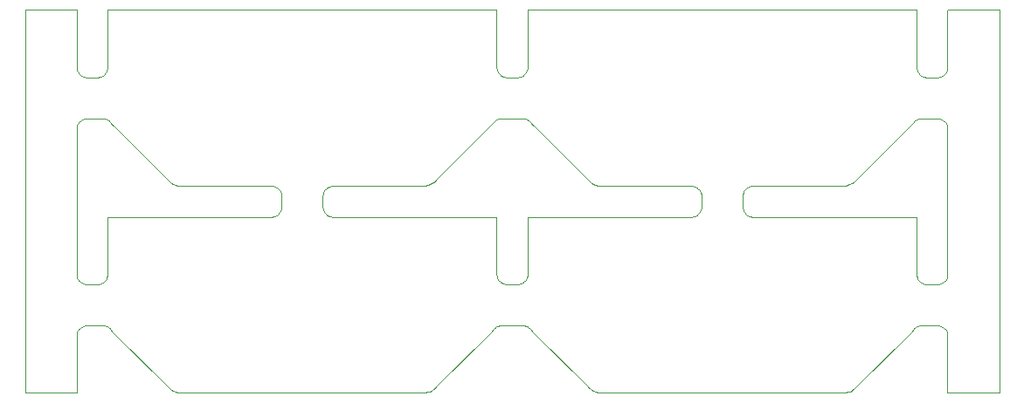
<source format=gbr>
G04 #@! TF.GenerationSoftware,KiCad,Pcbnew,5.1.5+dfsg1-2build2*
G04 #@! TF.CreationDate,2021-02-18T19:40:11-08:00*
G04 #@! TF.ProjectId,panel,70616e65-6c2e-46b6-9963-61645f706362,rev?*
G04 #@! TF.SameCoordinates,Original*
G04 #@! TF.FileFunction,Other,Comment*
%FSLAX46Y46*%
G04 Gerber Fmt 4.6, Leading zero omitted, Abs format (unit mm)*
G04 Created by KiCad (PCBNEW 5.1.5+dfsg1-2build2) date 2021-02-18 19:40:11*
%MOMM*%
%LPD*%
G04 APERTURE LIST*
G04 #@! TA.AperFunction,Profile*
%ADD10C,0.100000*%
G04 #@! TD*
G04 APERTURE END LIST*
D10*
X46999000Y-75634600D02*
X46999000Y-61533200D01*
X47003800Y-75731900D02*
X46999000Y-75634600D01*
X47018000Y-75828000D02*
X47003800Y-75731900D01*
X47041600Y-75922200D02*
X47018000Y-75828000D01*
X47074400Y-76013700D02*
X47041600Y-75922200D01*
X47115900Y-76101500D02*
X47074400Y-76013700D01*
X47165900Y-76184900D02*
X47115900Y-76101500D01*
X47223700Y-76262900D02*
X47165900Y-76184900D01*
X47289000Y-76334900D02*
X47223700Y-76262900D01*
X47361000Y-76400100D02*
X47289000Y-76334900D01*
X47439000Y-76458000D02*
X47361000Y-76400100D01*
X47522300Y-76508000D02*
X47439000Y-76458000D01*
X47610100Y-76549500D02*
X47522300Y-76508000D01*
X47701600Y-76582200D02*
X47610100Y-76549500D01*
X47795900Y-76605800D02*
X47701600Y-76582200D01*
X47892000Y-76620100D02*
X47795900Y-76605800D01*
X47989200Y-76624900D02*
X47892000Y-76620100D01*
X49009400Y-76624900D02*
X47989200Y-76624900D01*
X49106700Y-76620100D02*
X49009400Y-76624900D01*
X49202800Y-76605800D02*
X49106700Y-76620100D01*
X49297000Y-76582200D02*
X49202800Y-76605800D01*
X49388500Y-76549500D02*
X49297000Y-76582200D01*
X49476300Y-76508000D02*
X49388500Y-76549500D01*
X49559600Y-76458000D02*
X49476300Y-76508000D01*
X49637600Y-76400200D02*
X49559600Y-76458000D01*
X49709600Y-76334900D02*
X49637600Y-76400200D01*
X49774900Y-76263000D02*
X49709600Y-76334900D01*
X49832700Y-76185000D02*
X49774900Y-76263000D01*
X49882700Y-76101600D02*
X49832700Y-76185000D01*
X49924200Y-76013800D02*
X49882700Y-76101600D01*
X49957000Y-75922400D02*
X49924200Y-76013800D01*
X49980600Y-75828100D02*
X49957000Y-75922400D01*
X49994900Y-75732000D02*
X49980600Y-75828100D01*
X49999700Y-75634800D02*
X49994900Y-75732000D01*
X50000500Y-70096500D02*
X49999700Y-75634800D01*
X50002000Y-70088500D02*
X50000500Y-70096500D01*
X50007000Y-70084000D02*
X50002000Y-70088500D01*
X50014100Y-70082900D02*
X50007000Y-70084000D01*
X65860500Y-70082900D02*
X50014100Y-70082900D01*
X65957800Y-70078100D02*
X65860500Y-70082900D01*
X66053900Y-70063900D02*
X65957800Y-70078100D01*
X66148100Y-70040300D02*
X66053900Y-70063900D01*
X66239600Y-70007500D02*
X66148100Y-70040300D01*
X66327400Y-69966000D02*
X66239600Y-70007500D01*
X66410800Y-69916000D02*
X66327400Y-69966000D01*
X66488800Y-69858200D02*
X66410800Y-69916000D01*
X66560800Y-69792900D02*
X66488800Y-69858200D01*
X66626000Y-69720900D02*
X66560800Y-69792900D01*
X66683900Y-69642900D02*
X66626000Y-69720900D01*
X66733900Y-69559600D02*
X66683900Y-69642900D01*
X66775400Y-69471800D02*
X66733900Y-69559600D01*
X66808100Y-69380300D02*
X66775400Y-69471800D01*
X66831700Y-69286000D02*
X66808100Y-69380300D01*
X66846000Y-69189900D02*
X66831700Y-69286000D01*
X66850800Y-69092700D02*
X66846000Y-69189900D01*
X66850800Y-68072900D02*
X66850800Y-69092700D01*
X66846000Y-67975700D02*
X66850800Y-68072900D01*
X66831700Y-67879600D02*
X66846000Y-67975700D01*
X66808100Y-67785300D02*
X66831700Y-67879600D01*
X66775400Y-67693900D02*
X66808100Y-67785300D01*
X66733900Y-67606100D02*
X66775400Y-67693900D01*
X66683900Y-67522700D02*
X66733900Y-67606100D01*
X66626100Y-67444700D02*
X66683900Y-67522700D01*
X66560800Y-67372700D02*
X66626100Y-67444700D01*
X66488900Y-67307500D02*
X66560800Y-67372700D01*
X66410800Y-67249600D02*
X66488900Y-67307500D01*
X66327500Y-67199600D02*
X66410800Y-67249600D01*
X66239700Y-67158100D02*
X66327500Y-67199600D01*
X66148300Y-67125400D02*
X66239700Y-67158100D01*
X66054000Y-67101700D02*
X66148300Y-67125400D01*
X65957900Y-67087500D02*
X66054000Y-67101700D01*
X65860700Y-67082700D02*
X65957900Y-67087500D01*
X57246500Y-67081300D02*
X65860700Y-67082700D01*
X57036500Y-67069600D02*
X57246500Y-67081300D01*
X57008600Y-67066400D02*
X57036500Y-67069600D01*
X56801700Y-67030900D02*
X57008600Y-67066400D01*
X56599400Y-66973000D02*
X56801700Y-67030900D01*
X56572800Y-66963700D02*
X56599400Y-66973000D01*
X56379000Y-66883000D02*
X56572800Y-66963700D01*
X56182700Y-66774600D02*
X56379000Y-66883000D01*
X55999800Y-66644900D02*
X56182700Y-66774600D01*
X55832100Y-66495400D02*
X55999800Y-66644900D01*
X50589700Y-61255700D02*
X55832100Y-66495400D01*
X50453800Y-61105900D02*
X50589700Y-61255700D01*
X50333400Y-60943900D02*
X50453800Y-61105900D01*
X50274900Y-60872100D02*
X50333400Y-60943900D01*
X50210100Y-60806300D02*
X50274900Y-60872100D01*
X50139500Y-60746800D02*
X50210100Y-60806300D01*
X50063600Y-60694200D02*
X50139500Y-60746800D01*
X49983100Y-60648800D02*
X50063600Y-60694200D01*
X49898800Y-60611100D02*
X49983100Y-60648800D01*
X49811300Y-60581500D02*
X49898800Y-60611100D01*
X49721500Y-60560200D02*
X49811300Y-60581500D01*
X49630000Y-60547300D02*
X49721500Y-60560200D01*
X49537500Y-60543000D02*
X49630000Y-60547300D01*
X47989200Y-60543000D02*
X49537500Y-60543000D01*
X47892000Y-60547700D02*
X47989200Y-60543000D01*
X47795900Y-60562000D02*
X47892000Y-60547700D01*
X47701600Y-60585600D02*
X47795900Y-60562000D01*
X47610100Y-60618300D02*
X47701600Y-60585600D01*
X47522300Y-60659900D02*
X47610100Y-60618300D01*
X47439000Y-60709800D02*
X47522300Y-60659900D01*
X47361000Y-60767700D02*
X47439000Y-60709800D01*
X47289000Y-60832900D02*
X47361000Y-60767700D01*
X47223700Y-60904900D02*
X47289000Y-60832900D01*
X47165900Y-60982900D02*
X47223700Y-60904900D01*
X47115900Y-61066300D02*
X47165900Y-60982900D01*
X47074400Y-61154100D02*
X47115900Y-61066300D01*
X47041600Y-61245600D02*
X47074400Y-61154100D01*
X47018000Y-61339800D02*
X47041600Y-61245600D01*
X47003800Y-61435900D02*
X47018000Y-61339800D01*
X46999000Y-61533200D02*
X47003800Y-61435900D01*
X87255200Y-61092200D02*
X87359300Y-60950100D01*
X87107800Y-61254900D02*
X87255200Y-61092200D01*
X81868200Y-66494500D02*
X87107800Y-61254900D01*
X81727400Y-66622400D02*
X81868200Y-66494500D01*
X81708400Y-66638100D02*
X81727400Y-66622400D01*
X81560100Y-66747600D02*
X81708400Y-66638100D01*
X81391700Y-66848500D02*
X81560100Y-66747600D01*
X81214100Y-66932500D02*
X81391700Y-66848500D01*
X81041200Y-66994600D02*
X81214100Y-66932500D01*
X81017600Y-67001800D02*
X81041200Y-66994600D01*
X80839200Y-67046200D02*
X81017600Y-67001800D01*
X80657000Y-67073500D02*
X80839200Y-67046200D01*
X80632500Y-67075900D02*
X80657000Y-67073500D01*
X80448700Y-67084800D02*
X80632500Y-67075900D01*
X71843200Y-67083600D02*
X80448700Y-67084800D01*
X71745900Y-67088400D02*
X71843200Y-67083600D01*
X71649800Y-67102600D02*
X71745900Y-67088400D01*
X71555500Y-67126200D02*
X71649800Y-67102600D01*
X71464000Y-67158900D02*
X71555500Y-67126200D01*
X71376200Y-67200500D02*
X71464000Y-67158900D01*
X71292800Y-67250400D02*
X71376200Y-67200500D01*
X71214800Y-67308300D02*
X71292800Y-67250400D01*
X71142800Y-67373500D02*
X71214800Y-67308300D01*
X71077500Y-67445500D02*
X71142800Y-67373500D01*
X71019600Y-67523500D02*
X71077500Y-67445500D01*
X70969700Y-67606900D02*
X71019600Y-67523500D01*
X70928100Y-67694700D02*
X70969700Y-67606900D01*
X70895400Y-67786200D02*
X70928100Y-67694700D01*
X70871800Y-67880400D02*
X70895400Y-67786200D01*
X70857500Y-67976600D02*
X70871800Y-67880400D01*
X70852800Y-68073800D02*
X70857500Y-67976600D01*
X70852800Y-69092700D02*
X70852800Y-68073800D01*
X70857500Y-69189900D02*
X70852800Y-69092700D01*
X70871800Y-69286000D02*
X70857500Y-69189900D01*
X70895400Y-69380300D02*
X70871800Y-69286000D01*
X70928100Y-69471800D02*
X70895400Y-69380300D01*
X70969700Y-69559600D02*
X70928100Y-69471800D01*
X71019600Y-69642900D02*
X70969700Y-69559600D01*
X71077500Y-69720900D02*
X71019600Y-69642900D01*
X71142700Y-69792900D02*
X71077500Y-69720900D01*
X71214700Y-69858200D02*
X71142700Y-69792900D01*
X71292800Y-69916000D02*
X71214700Y-69858200D01*
X71376100Y-69966000D02*
X71292800Y-69916000D01*
X71463900Y-70007500D02*
X71376100Y-69966000D01*
X71555400Y-70040300D02*
X71463900Y-70007500D01*
X71649600Y-70063900D02*
X71555400Y-70040300D01*
X71745700Y-70078100D02*
X71649600Y-70063900D01*
X71843000Y-70082900D02*
X71745700Y-70078100D01*
X87686000Y-70082900D02*
X71843000Y-70082900D01*
X87693100Y-70084000D02*
X87686000Y-70082900D01*
X87698100Y-70088500D02*
X87693100Y-70084000D01*
X87699600Y-70096500D02*
X87698100Y-70088500D01*
X87702400Y-75635100D02*
X87699600Y-70096500D01*
X87707200Y-75732400D02*
X87702400Y-75635100D01*
X87721500Y-75828400D02*
X87707200Y-75732400D01*
X87745100Y-75922600D02*
X87721500Y-75828400D01*
X87777900Y-76014100D02*
X87745100Y-75922600D01*
X87819400Y-76101800D02*
X87777900Y-76014100D01*
X87869400Y-76185100D02*
X87819400Y-76101800D01*
X87927300Y-76263100D02*
X87869400Y-76185100D01*
X87992500Y-76335100D02*
X87927300Y-76263100D01*
X88064500Y-76400300D02*
X87992500Y-76335100D01*
X88142500Y-76458100D02*
X88064500Y-76400300D01*
X88225800Y-76508000D02*
X88142500Y-76458100D01*
X88313600Y-76549500D02*
X88225800Y-76508000D01*
X88405100Y-76582300D02*
X88313600Y-76549500D01*
X88499300Y-76605800D02*
X88405100Y-76582300D01*
X88595300Y-76620100D02*
X88499300Y-76605800D01*
X88692600Y-76624900D02*
X88595300Y-76620100D01*
X89712900Y-76624900D02*
X88692600Y-76624900D01*
X89810200Y-76620100D02*
X89712900Y-76624900D01*
X89906300Y-76605800D02*
X89810200Y-76620100D01*
X90000500Y-76582200D02*
X89906300Y-76605800D01*
X90092000Y-76549500D02*
X90000500Y-76582200D01*
X90179800Y-76508000D02*
X90092000Y-76549500D01*
X90263100Y-76458000D02*
X90179800Y-76508000D01*
X90341100Y-76400200D02*
X90263100Y-76458000D01*
X90413100Y-76334900D02*
X90341100Y-76400200D01*
X90478400Y-76263000D02*
X90413100Y-76334900D01*
X90536200Y-76185000D02*
X90478400Y-76263000D01*
X90586200Y-76101600D02*
X90536200Y-76185000D01*
X90627700Y-76013800D02*
X90586200Y-76101600D01*
X90660500Y-75922400D02*
X90627700Y-76013800D01*
X90684100Y-75828100D02*
X90660500Y-75922400D01*
X90698400Y-75732000D02*
X90684100Y-75828100D01*
X90703200Y-75634800D02*
X90698400Y-75732000D01*
X90704000Y-70096500D02*
X90703200Y-75634800D01*
X90705500Y-70088500D02*
X90704000Y-70096500D01*
X90710500Y-70084000D02*
X90705500Y-70088500D01*
X90717600Y-70082900D02*
X90710500Y-70084000D01*
X106564000Y-70082900D02*
X90717600Y-70082900D01*
X106661300Y-70078100D02*
X106564000Y-70082900D01*
X106757400Y-70063900D02*
X106661300Y-70078100D01*
X106851700Y-70040300D02*
X106757400Y-70063900D01*
X106943100Y-70007500D02*
X106851700Y-70040300D01*
X107031000Y-69966000D02*
X106943100Y-70007500D01*
X107114300Y-69916000D02*
X107031000Y-69966000D01*
X107192300Y-69858200D02*
X107114300Y-69916000D01*
X107264300Y-69792900D02*
X107192300Y-69858200D01*
X107329600Y-69720900D02*
X107264300Y-69792900D01*
X107387400Y-69642900D02*
X107329600Y-69720900D01*
X107437400Y-69559600D02*
X107387400Y-69642900D01*
X107478900Y-69471800D02*
X107437400Y-69559600D01*
X107511600Y-69380300D02*
X107478900Y-69471800D01*
X107535200Y-69286000D02*
X107511600Y-69380300D01*
X107549500Y-69189900D02*
X107535200Y-69286000D01*
X107554300Y-69092700D02*
X107549500Y-69189900D01*
X107554300Y-68072900D02*
X107554300Y-69092700D01*
X107549500Y-67975700D02*
X107554300Y-68072900D01*
X107535300Y-67879600D02*
X107549500Y-67975700D01*
X107511600Y-67785300D02*
X107535300Y-67879600D01*
X107478900Y-67693900D02*
X107511600Y-67785300D01*
X107437400Y-67606100D02*
X107478900Y-67693900D01*
X107387500Y-67522700D02*
X107437400Y-67606100D01*
X107329600Y-67444700D02*
X107387500Y-67522700D01*
X107264400Y-67372700D02*
X107329600Y-67444700D01*
X107192400Y-67307500D02*
X107264400Y-67372700D01*
X107114400Y-67249600D02*
X107192400Y-67307500D01*
X107031000Y-67199600D02*
X107114400Y-67249600D01*
X106943200Y-67158100D02*
X107031000Y-67199600D01*
X106851800Y-67125400D02*
X106943200Y-67158100D01*
X106757500Y-67101700D02*
X106851800Y-67125400D01*
X106661500Y-67087500D02*
X106757500Y-67101700D01*
X106564200Y-67082700D02*
X106661500Y-67087500D01*
X97950000Y-67081300D02*
X106564200Y-67082700D01*
X97740100Y-67069600D02*
X97950000Y-67081300D01*
X97712100Y-67066400D02*
X97740100Y-67069600D01*
X97504700Y-67030700D02*
X97712100Y-67066400D01*
X97302600Y-66972900D02*
X97504700Y-67030700D01*
X97276300Y-66963700D02*
X97302600Y-66972900D01*
X97082500Y-66883000D02*
X97276300Y-66963700D01*
X96886200Y-66774600D02*
X97082500Y-66883000D01*
X96703300Y-66644900D02*
X96886200Y-66774600D01*
X96535600Y-66495400D02*
X96703300Y-66644900D01*
X91293200Y-61255700D02*
X96535600Y-66495400D01*
X91157400Y-61105900D02*
X91293200Y-61255700D01*
X91036900Y-60943900D02*
X91157400Y-61105900D01*
X90978400Y-60872100D02*
X91036900Y-60943900D01*
X90913600Y-60806300D02*
X90978400Y-60872100D01*
X90843000Y-60746800D02*
X90913600Y-60806300D01*
X90767100Y-60694200D02*
X90843000Y-60746800D01*
X90686600Y-60648800D02*
X90767100Y-60694200D01*
X90602300Y-60611100D02*
X90686600Y-60648800D01*
X90514800Y-60581500D02*
X90602300Y-60611100D01*
X90425000Y-60560200D02*
X90514800Y-60581500D01*
X90333500Y-60547300D02*
X90425000Y-60560200D01*
X90241000Y-60543000D02*
X90333500Y-60547300D01*
X88159700Y-60543000D02*
X90241000Y-60543000D01*
X88066500Y-60547300D02*
X88159700Y-60543000D01*
X87974300Y-60560400D02*
X88066500Y-60547300D01*
X87883700Y-60582200D02*
X87974300Y-60560400D01*
X87795600Y-60612300D02*
X87883700Y-60582200D01*
X87710700Y-60650500D02*
X87795600Y-60612300D01*
X87629800Y-60696600D02*
X87710700Y-60650500D01*
X87553500Y-60750100D02*
X87629800Y-60696600D01*
X87482600Y-60810500D02*
X87553500Y-60750100D01*
X87417800Y-60877300D02*
X87482600Y-60810500D01*
X87359300Y-60950100D02*
X87417800Y-60877300D01*
X127958800Y-61092200D02*
X128062800Y-60950100D01*
X127811300Y-61254900D02*
X127958800Y-61092200D01*
X122571700Y-66494500D02*
X127811300Y-61254900D01*
X122431000Y-66622400D02*
X122571700Y-66494500D01*
X122411900Y-66638100D02*
X122431000Y-66622400D01*
X122263700Y-66747600D02*
X122411900Y-66638100D01*
X122095200Y-66848500D02*
X122263700Y-66747600D01*
X121917700Y-66932500D02*
X122095200Y-66848500D01*
X121744700Y-66994600D02*
X121917700Y-66932500D01*
X121721100Y-67001800D02*
X121744700Y-66994600D01*
X121542700Y-67046200D02*
X121721100Y-67001800D01*
X121360500Y-67073500D02*
X121542700Y-67046200D01*
X121336000Y-67075900D02*
X121360500Y-67073500D01*
X121152200Y-67084800D02*
X121336000Y-67075900D01*
X112546700Y-67083600D02*
X121152200Y-67084800D01*
X112449400Y-67088400D02*
X112546700Y-67083600D01*
X112353300Y-67102600D02*
X112449400Y-67088400D01*
X112259000Y-67126200D02*
X112353300Y-67102600D01*
X112167500Y-67158900D02*
X112259000Y-67126200D01*
X112079700Y-67200500D02*
X112167500Y-67158900D01*
X111996400Y-67250400D02*
X112079700Y-67200500D01*
X111918300Y-67308300D02*
X111996400Y-67250400D01*
X111846300Y-67373500D02*
X111918300Y-67308300D01*
X111781100Y-67445500D02*
X111846300Y-67373500D01*
X111723200Y-67523500D02*
X111781100Y-67445500D01*
X111673200Y-67606900D02*
X111723200Y-67523500D01*
X111631700Y-67694700D02*
X111673200Y-67606900D01*
X111598900Y-67786200D02*
X111631700Y-67694700D01*
X111575300Y-67880400D02*
X111598900Y-67786200D01*
X111561100Y-67976600D02*
X111575300Y-67880400D01*
X111556300Y-68073800D02*
X111561100Y-67976600D01*
X111556300Y-69092700D02*
X111556300Y-68073800D01*
X111561100Y-69189900D02*
X111556300Y-69092700D01*
X111575300Y-69286000D02*
X111561100Y-69189900D01*
X111598900Y-69380300D02*
X111575300Y-69286000D01*
X111631700Y-69471800D02*
X111598900Y-69380300D01*
X111673200Y-69559600D02*
X111631700Y-69471800D01*
X111723100Y-69642900D02*
X111673200Y-69559600D01*
X111781000Y-69720900D02*
X111723100Y-69642900D01*
X111846300Y-69792900D02*
X111781000Y-69720900D01*
X111918200Y-69858200D02*
X111846300Y-69792900D01*
X111996300Y-69916000D02*
X111918200Y-69858200D01*
X112079600Y-69966000D02*
X111996300Y-69916000D01*
X112167400Y-70007500D02*
X112079600Y-69966000D01*
X112258900Y-70040300D02*
X112167400Y-70007500D01*
X112353100Y-70063900D02*
X112258900Y-70040300D01*
X112449200Y-70078100D02*
X112353100Y-70063900D01*
X112546500Y-70082900D02*
X112449200Y-70078100D01*
X128389500Y-70082900D02*
X112546500Y-70082900D01*
X128396600Y-70084000D02*
X128389500Y-70082900D01*
X128401600Y-70088500D02*
X128396600Y-70084000D01*
X128403100Y-70096500D02*
X128401600Y-70088500D01*
X128405900Y-75635100D02*
X128403100Y-70096500D01*
X128410700Y-75732400D02*
X128405900Y-75635100D01*
X128425000Y-75828400D02*
X128410700Y-75732400D01*
X128448600Y-75922600D02*
X128425000Y-75828400D01*
X128481400Y-76014100D02*
X128448600Y-75922600D01*
X128522900Y-76101800D02*
X128481400Y-76014100D01*
X128572900Y-76185100D02*
X128522900Y-76101800D01*
X128630800Y-76263100D02*
X128572900Y-76185100D01*
X128696000Y-76335100D02*
X128630800Y-76263100D01*
X128768000Y-76400300D02*
X128696000Y-76335100D01*
X128846000Y-76458100D02*
X128768000Y-76400300D01*
X128929300Y-76508000D02*
X128846000Y-76458100D01*
X129017100Y-76549500D02*
X128929300Y-76508000D01*
X129108600Y-76582300D02*
X129017100Y-76549500D01*
X129202800Y-76605800D02*
X129108600Y-76582300D01*
X129298900Y-76620100D02*
X129202800Y-76605800D01*
X129396100Y-76624900D02*
X129298900Y-76620100D01*
X130416800Y-76624900D02*
X129396100Y-76624900D01*
X130514100Y-76620100D02*
X130416800Y-76624900D01*
X130610200Y-76605800D02*
X130514100Y-76620100D01*
X130704400Y-76582200D02*
X130610200Y-76605800D01*
X130795900Y-76549500D02*
X130704400Y-76582200D01*
X130883700Y-76508000D02*
X130795900Y-76549500D01*
X130967000Y-76458000D02*
X130883700Y-76508000D01*
X131045100Y-76400100D02*
X130967000Y-76458000D01*
X131117100Y-76334900D02*
X131045100Y-76400100D01*
X131182300Y-76262900D02*
X131117100Y-76334900D01*
X131240200Y-76184900D02*
X131182300Y-76262900D01*
X131290100Y-76101500D02*
X131240200Y-76184900D01*
X131331700Y-76013700D02*
X131290100Y-76101500D01*
X131364400Y-75922200D02*
X131331700Y-76013700D01*
X131388000Y-75828000D02*
X131364400Y-75922200D01*
X131402300Y-75731900D02*
X131388000Y-75828000D01*
X131407000Y-75634600D02*
X131402300Y-75731900D01*
X131407000Y-61533200D02*
X131407000Y-75634600D01*
X131402300Y-61435900D02*
X131407000Y-61533200D01*
X131388000Y-61339800D02*
X131402300Y-61435900D01*
X131364400Y-61245600D02*
X131388000Y-61339800D01*
X131331700Y-61154100D02*
X131364400Y-61245600D01*
X131290100Y-61066300D02*
X131331700Y-61154100D01*
X131240200Y-60982900D02*
X131290100Y-61066300D01*
X131182300Y-60904900D02*
X131240200Y-60982900D01*
X131117100Y-60832900D02*
X131182300Y-60904900D01*
X131045100Y-60767700D02*
X131117100Y-60832900D01*
X130967000Y-60709800D02*
X131045100Y-60767700D01*
X130883700Y-60659900D02*
X130967000Y-60709800D01*
X130795900Y-60618300D02*
X130883700Y-60659900D01*
X130704400Y-60585600D02*
X130795900Y-60618300D01*
X130610200Y-60562000D02*
X130704400Y-60585600D01*
X130514100Y-60547700D02*
X130610200Y-60562000D01*
X130416800Y-60543000D02*
X130514100Y-60547700D01*
X128863200Y-60543000D02*
X130416800Y-60543000D01*
X128770000Y-60547300D02*
X128863200Y-60543000D01*
X128677800Y-60560400D02*
X128770000Y-60547300D01*
X128587200Y-60582200D02*
X128677800Y-60560400D01*
X128499100Y-60612300D02*
X128587200Y-60582200D01*
X128414200Y-60650500D02*
X128499100Y-60612300D01*
X128333300Y-60696600D02*
X128414200Y-60650500D01*
X128257000Y-60750100D02*
X128333300Y-60696600D01*
X128186200Y-60810500D02*
X128257000Y-60750100D01*
X128121300Y-60877300D02*
X128186200Y-60810500D01*
X128062800Y-60950100D02*
X128121300Y-60877300D01*
X46974500Y-49999000D02*
X42010200Y-49999700D01*
X46989800Y-49999800D02*
X46974500Y-49999000D01*
X46995700Y-50003000D02*
X46989800Y-49999800D01*
X46998200Y-50008200D02*
X46995700Y-50003000D01*
X46999000Y-50023500D02*
X46998200Y-50008200D01*
X46999000Y-55550700D02*
X46999000Y-50023500D01*
X47003800Y-55648000D02*
X46999000Y-55550700D01*
X47018000Y-55744100D02*
X47003800Y-55648000D01*
X47041600Y-55838300D02*
X47018000Y-55744100D01*
X47074400Y-55929800D02*
X47041600Y-55838300D01*
X47115900Y-56017600D02*
X47074400Y-55929800D01*
X47165900Y-56101000D02*
X47115900Y-56017600D01*
X47223700Y-56179000D02*
X47165900Y-56101000D01*
X47289000Y-56251000D02*
X47223700Y-56179000D01*
X47361000Y-56316200D02*
X47289000Y-56251000D01*
X47439000Y-56374100D02*
X47361000Y-56316200D01*
X47522300Y-56424000D02*
X47439000Y-56374100D01*
X47610100Y-56465600D02*
X47522300Y-56424000D01*
X47701600Y-56498300D02*
X47610100Y-56465600D01*
X47795900Y-56521900D02*
X47701600Y-56498300D01*
X47892000Y-56536200D02*
X47795900Y-56521900D01*
X47989200Y-56541000D02*
X47892000Y-56536200D01*
X49009400Y-56541000D02*
X47989200Y-56541000D01*
X49106700Y-56536200D02*
X49009400Y-56541000D01*
X49202800Y-56521900D02*
X49106700Y-56536200D01*
X49297000Y-56498300D02*
X49202800Y-56521900D01*
X49388500Y-56465600D02*
X49297000Y-56498300D01*
X49476300Y-56424100D02*
X49388500Y-56465600D01*
X49559600Y-56374100D02*
X49476300Y-56424100D01*
X49637600Y-56316300D02*
X49559600Y-56374100D01*
X49709600Y-56251000D02*
X49637600Y-56316300D01*
X49774900Y-56179100D02*
X49709600Y-56251000D01*
X49832700Y-56101000D02*
X49774900Y-56179100D01*
X49882700Y-56017700D02*
X49832700Y-56101000D01*
X49924200Y-55929900D02*
X49882700Y-56017700D01*
X49957000Y-55838500D02*
X49924200Y-55929900D01*
X49980600Y-55744200D02*
X49957000Y-55838500D01*
X49994900Y-55648100D02*
X49980600Y-55744200D01*
X49999700Y-55550900D02*
X49994900Y-55648100D01*
X50000500Y-50012600D02*
X49999700Y-55550900D01*
X50001300Y-50006400D02*
X50000500Y-50012600D01*
X50003800Y-50002300D02*
X50001300Y-50006400D01*
X50007900Y-49999800D02*
X50003800Y-50002300D01*
X50013200Y-49999000D02*
X50007900Y-49999800D01*
X87691200Y-49999500D02*
X50013200Y-49999000D01*
X87697600Y-50003800D02*
X87691200Y-49999500D01*
X87699600Y-50012600D02*
X87697600Y-50003800D01*
X87702400Y-55551200D02*
X87699600Y-50012600D01*
X87707200Y-55648400D02*
X87702400Y-55551200D01*
X87721500Y-55744500D02*
X87707200Y-55648400D01*
X87745100Y-55838700D02*
X87721500Y-55744500D01*
X87777900Y-55930100D02*
X87745100Y-55838700D01*
X87819400Y-56017900D02*
X87777900Y-55930100D01*
X87869400Y-56101200D02*
X87819400Y-56017900D01*
X87927300Y-56179200D02*
X87869400Y-56101200D01*
X87992500Y-56251200D02*
X87927300Y-56179200D01*
X88064500Y-56316400D02*
X87992500Y-56251200D01*
X88142500Y-56374200D02*
X88064500Y-56316400D01*
X88225800Y-56424100D02*
X88142500Y-56374200D01*
X88313600Y-56465600D02*
X88225800Y-56424100D01*
X88405100Y-56498300D02*
X88313600Y-56465600D01*
X88499300Y-56521900D02*
X88405100Y-56498300D01*
X88595300Y-56536200D02*
X88499300Y-56521900D01*
X88692600Y-56541000D02*
X88595300Y-56536200D01*
X89712900Y-56541000D02*
X88692600Y-56541000D01*
X89810200Y-56536200D02*
X89712900Y-56541000D01*
X89906300Y-56521900D02*
X89810200Y-56536200D01*
X90000500Y-56498300D02*
X89906300Y-56521900D01*
X90092000Y-56465600D02*
X90000500Y-56498300D01*
X90179800Y-56424100D02*
X90092000Y-56465600D01*
X90263100Y-56374100D02*
X90179800Y-56424100D01*
X90341100Y-56316300D02*
X90263100Y-56374100D01*
X90413100Y-56251000D02*
X90341100Y-56316300D01*
X90478400Y-56179100D02*
X90413100Y-56251000D01*
X90536200Y-56101000D02*
X90478400Y-56179100D01*
X90586200Y-56017700D02*
X90536200Y-56101000D01*
X90627700Y-55929900D02*
X90586200Y-56017700D01*
X90660500Y-55838500D02*
X90627700Y-55929900D01*
X90684100Y-55744200D02*
X90660500Y-55838500D01*
X90698400Y-55648100D02*
X90684100Y-55744200D01*
X90703200Y-55550900D02*
X90698400Y-55648100D01*
X90704000Y-50012600D02*
X90703200Y-55550900D01*
X90706000Y-50003800D02*
X90704000Y-50012600D01*
X90713300Y-49999400D02*
X90706000Y-50003800D01*
X128394700Y-49999500D02*
X90713300Y-49999400D01*
X128401100Y-50003800D02*
X128394700Y-49999500D01*
X128403100Y-50012600D02*
X128401100Y-50003800D01*
X128405900Y-55551200D02*
X128403100Y-50012600D01*
X128410700Y-55648500D02*
X128405900Y-55551200D01*
X128425000Y-55744500D02*
X128410700Y-55648500D01*
X128448600Y-55838700D02*
X128425000Y-55744500D01*
X128481400Y-55930100D02*
X128448600Y-55838700D01*
X128522900Y-56017900D02*
X128481400Y-55930100D01*
X128572900Y-56101200D02*
X128522900Y-56017900D01*
X128630800Y-56179200D02*
X128572900Y-56101200D01*
X128696000Y-56251200D02*
X128630800Y-56179200D01*
X128768000Y-56316400D02*
X128696000Y-56251200D01*
X128846000Y-56374200D02*
X128768000Y-56316400D01*
X128929300Y-56424100D02*
X128846000Y-56374200D01*
X129017100Y-56465600D02*
X128929300Y-56424100D01*
X129108600Y-56498300D02*
X129017100Y-56465600D01*
X129202800Y-56521900D02*
X129108600Y-56498300D01*
X129298900Y-56536200D02*
X129202800Y-56521900D01*
X129396100Y-56541000D02*
X129298900Y-56536200D01*
X130416800Y-56541000D02*
X129396100Y-56541000D01*
X130514100Y-56536200D02*
X130416800Y-56541000D01*
X130610200Y-56521900D02*
X130514100Y-56536200D01*
X130704400Y-56498300D02*
X130610200Y-56521900D01*
X130795900Y-56465600D02*
X130704400Y-56498300D01*
X130883700Y-56424000D02*
X130795900Y-56465600D01*
X130967000Y-56374100D02*
X130883700Y-56424000D01*
X131045100Y-56316200D02*
X130967000Y-56374100D01*
X131117100Y-56251000D02*
X131045100Y-56316200D01*
X131182300Y-56179000D02*
X131117100Y-56251000D01*
X131240200Y-56101000D02*
X131182300Y-56179000D01*
X131290100Y-56017600D02*
X131240200Y-56101000D01*
X131331700Y-55929800D02*
X131290100Y-56017600D01*
X131364400Y-55838300D02*
X131331700Y-55929800D01*
X131388000Y-55744100D02*
X131364400Y-55838300D01*
X131402300Y-55648000D02*
X131388000Y-55744100D01*
X131407000Y-55550700D02*
X131402300Y-55648000D01*
X131407000Y-50023500D02*
X131407000Y-55550700D01*
X131407800Y-50008200D02*
X131407000Y-50023500D01*
X131411000Y-50002300D02*
X131407800Y-50008200D01*
X131416300Y-49999800D02*
X131411000Y-50002300D01*
X131431600Y-49999000D02*
X131416300Y-49999800D01*
X136383500Y-49999000D02*
X131431600Y-49999000D01*
X136400700Y-50000300D02*
X136383500Y-49999000D01*
X136406800Y-50006300D02*
X136400700Y-50000300D01*
X136408000Y-50023500D02*
X136406800Y-50006300D01*
X136408000Y-87144300D02*
X136408000Y-50023500D01*
X136406800Y-87161500D02*
X136408000Y-87144300D01*
X136400700Y-87167500D02*
X136406800Y-87161500D01*
X136383500Y-87168800D02*
X136400700Y-87167500D01*
X131431600Y-87168800D02*
X136383500Y-87168800D01*
X131416300Y-87168000D02*
X131431600Y-87168800D01*
X131410300Y-87164800D02*
X131416300Y-87168000D01*
X131407800Y-87159600D02*
X131410300Y-87164800D01*
X131407000Y-87144300D02*
X131407800Y-87159600D01*
X131407000Y-81617100D02*
X131407000Y-87144300D01*
X131402300Y-81519800D02*
X131407000Y-81617100D01*
X131388000Y-81423700D02*
X131402300Y-81519800D01*
X131364400Y-81329500D02*
X131388000Y-81423700D01*
X131331700Y-81238000D02*
X131364400Y-81329500D01*
X131290100Y-81150200D02*
X131331700Y-81238000D01*
X131240200Y-81066900D02*
X131290100Y-81150200D01*
X131182300Y-80988800D02*
X131240200Y-81066900D01*
X131117100Y-80916800D02*
X131182300Y-80988800D01*
X131045100Y-80851600D02*
X131117100Y-80916800D01*
X130967000Y-80793700D02*
X131045100Y-80851600D01*
X130883700Y-80743800D02*
X130967000Y-80793700D01*
X130795900Y-80702200D02*
X130883700Y-80743800D01*
X130704400Y-80669500D02*
X130795900Y-80702200D01*
X130610200Y-80645900D02*
X130704400Y-80669500D01*
X130514100Y-80631600D02*
X130610200Y-80645900D01*
X130416800Y-80626900D02*
X130514100Y-80631600D01*
X128863200Y-80626900D02*
X130416800Y-80626900D01*
X128770000Y-80631300D02*
X128863200Y-80626900D01*
X128677800Y-80644400D02*
X128770000Y-80631300D01*
X128587200Y-80666100D02*
X128677800Y-80644400D01*
X128499100Y-80696200D02*
X128587200Y-80666100D01*
X128414200Y-80734400D02*
X128499100Y-80696200D01*
X128333300Y-80780500D02*
X128414200Y-80734400D01*
X128257000Y-80834000D02*
X128333300Y-80780500D01*
X128186200Y-80894400D02*
X128257000Y-80834000D01*
X128121300Y-80961200D02*
X128186200Y-80894400D01*
X128062800Y-81034000D02*
X128121300Y-80961200D01*
X127958800Y-81176100D02*
X128062800Y-81034000D01*
X127811300Y-81338800D02*
X127958800Y-81176100D01*
X122571700Y-86578400D02*
X127811300Y-81338800D01*
X122431000Y-86706300D02*
X122571700Y-86578400D01*
X122411900Y-86722000D02*
X122431000Y-86706300D01*
X122274000Y-86824300D02*
X122411900Y-86722000D01*
X122253500Y-86838000D02*
X122274000Y-86824300D01*
X122095200Y-86932400D02*
X122253500Y-86838000D01*
X121929200Y-87011300D02*
X122095200Y-86932400D01*
X121906400Y-87020700D02*
X121929200Y-87011300D01*
X121732800Y-87082500D02*
X121906400Y-87020700D01*
X121542300Y-87130200D02*
X121732800Y-87082500D01*
X121348000Y-87158900D02*
X121542300Y-87130200D01*
X121146000Y-87168800D02*
X121348000Y-87158900D01*
X97956900Y-87165300D02*
X121146000Y-87168800D01*
X97726300Y-87152300D02*
X97956900Y-87165300D01*
X97518500Y-87117400D02*
X97726300Y-87152300D01*
X97491300Y-87111200D02*
X97518500Y-87117400D01*
X97289200Y-87052500D02*
X97491300Y-87111200D01*
X97095200Y-86972600D02*
X97289200Y-87052500D01*
X97069800Y-86960400D02*
X97095200Y-86972600D01*
X96886200Y-86858500D02*
X97069800Y-86960400D01*
X96714400Y-86737100D02*
X96886200Y-86858500D01*
X96692400Y-86719600D02*
X96714400Y-86737100D01*
X96535800Y-86579500D02*
X96692400Y-86719600D01*
X91293200Y-81339600D02*
X96535800Y-86579500D01*
X91157400Y-81189800D02*
X91293200Y-81339600D01*
X91036900Y-81027800D02*
X91157400Y-81189800D01*
X90978400Y-80956000D02*
X91036900Y-81027800D01*
X90913600Y-80890200D02*
X90978400Y-80956000D01*
X90843000Y-80830700D02*
X90913600Y-80890200D01*
X90767100Y-80778100D02*
X90843000Y-80830700D01*
X90686600Y-80732700D02*
X90767100Y-80778100D01*
X90602300Y-80695100D02*
X90686600Y-80732700D01*
X90514800Y-80665400D02*
X90602300Y-80695100D01*
X90425000Y-80644100D02*
X90514800Y-80665400D01*
X90333500Y-80631200D02*
X90425000Y-80644100D01*
X90241000Y-80626900D02*
X90333500Y-80631200D01*
X88159700Y-80626900D02*
X90241000Y-80626900D01*
X88066500Y-80631300D02*
X88159700Y-80626900D01*
X87974300Y-80644400D02*
X88066500Y-80631300D01*
X87883700Y-80666100D02*
X87974300Y-80644400D01*
X87795600Y-80696200D02*
X87883700Y-80666100D01*
X87710700Y-80734400D02*
X87795600Y-80696200D01*
X87629800Y-80780500D02*
X87710700Y-80734400D01*
X87553500Y-80834000D02*
X87629800Y-80780500D01*
X87482600Y-80894400D02*
X87553500Y-80834000D01*
X87417800Y-80961200D02*
X87482600Y-80894400D01*
X87359300Y-81034000D02*
X87417800Y-80961200D01*
X87255200Y-81176100D02*
X87359300Y-81034000D01*
X87107800Y-81338800D02*
X87255200Y-81176100D01*
X81868200Y-86578400D02*
X87107800Y-81338800D01*
X81718300Y-86714300D02*
X81868200Y-86578400D01*
X81560500Y-86831200D02*
X81718300Y-86714300D01*
X81392100Y-86932200D02*
X81560500Y-86831200D01*
X81214600Y-87016200D02*
X81392100Y-86932200D01*
X81041200Y-87078500D02*
X81214600Y-87016200D01*
X81017600Y-87085700D02*
X81041200Y-87078500D01*
X80851000Y-87127400D02*
X81017600Y-87085700D01*
X80826900Y-87132200D02*
X80851000Y-87127400D01*
X80644500Y-87158900D02*
X80826900Y-87132200D01*
X80442500Y-87168800D02*
X80644500Y-87158900D01*
X57253400Y-87165300D02*
X80442500Y-87168800D01*
X57022800Y-87152300D02*
X57253400Y-87165300D01*
X56801700Y-87114800D02*
X57022800Y-87152300D01*
X56585700Y-87052500D02*
X56801700Y-87114800D01*
X56391600Y-86972600D02*
X56585700Y-87052500D01*
X56366300Y-86960400D02*
X56391600Y-86972600D01*
X56182700Y-86858500D02*
X56366300Y-86960400D01*
X56010900Y-86737100D02*
X56182700Y-86858500D01*
X55988900Y-86719600D02*
X56010900Y-86737100D01*
X55832300Y-86579500D02*
X55988900Y-86719600D01*
X50589800Y-81339700D02*
X55832300Y-86579500D01*
X50453500Y-81189400D02*
X50589800Y-81339700D01*
X50338400Y-81034800D02*
X50453500Y-81189400D01*
X50288900Y-80972000D02*
X50338400Y-81034800D01*
X50223800Y-80903100D02*
X50288900Y-80972000D01*
X50152500Y-80840800D02*
X50223800Y-80903100D01*
X50075500Y-80785700D02*
X50152500Y-80840800D01*
X49993600Y-80738100D02*
X50075500Y-80785700D01*
X49907500Y-80698500D02*
X49993600Y-80738100D01*
X49818100Y-80667400D02*
X49907500Y-80698500D01*
X49726100Y-80645000D02*
X49818100Y-80667400D01*
X49632400Y-80631400D02*
X49726100Y-80645000D01*
X49537500Y-80626900D02*
X49632400Y-80631400D01*
X47989200Y-80626900D02*
X49537500Y-80626900D01*
X47892000Y-80631600D02*
X47989200Y-80626900D01*
X47795900Y-80645900D02*
X47892000Y-80631600D01*
X47701600Y-80669500D02*
X47795900Y-80645900D01*
X47610100Y-80702200D02*
X47701600Y-80669500D01*
X47522300Y-80743800D02*
X47610100Y-80702200D01*
X47439000Y-80793700D02*
X47522300Y-80743800D01*
X47361000Y-80851600D02*
X47439000Y-80793700D01*
X47289000Y-80916800D02*
X47361000Y-80851600D01*
X47223700Y-80988800D02*
X47289000Y-80916800D01*
X47165900Y-81066900D02*
X47223700Y-80988800D01*
X47115900Y-81150200D02*
X47165900Y-81066900D01*
X47074400Y-81238000D02*
X47115900Y-81150200D01*
X47041600Y-81329500D02*
X47074400Y-81238000D01*
X47018000Y-81423700D02*
X47041600Y-81329500D01*
X47003800Y-81519800D02*
X47018000Y-81423700D01*
X46999000Y-81617100D02*
X47003800Y-81519800D01*
X46999000Y-87144300D02*
X46999000Y-81617100D01*
X46998200Y-87159600D02*
X46999000Y-87144300D01*
X46995700Y-87164800D02*
X46998200Y-87159600D01*
X46989800Y-87168000D02*
X46995700Y-87164800D01*
X46974500Y-87168800D02*
X46989800Y-87168000D01*
X42024500Y-87168800D02*
X46974500Y-87168800D01*
X42007300Y-87167500D02*
X42024500Y-87168800D01*
X42001300Y-87161500D02*
X42007300Y-87167500D01*
X42000000Y-87144300D02*
X42001300Y-87161500D01*
X42000000Y-50023500D02*
X42000000Y-87144300D01*
X42001600Y-50005400D02*
X42000000Y-50023500D01*
X42004700Y-50001600D02*
X42001600Y-50005400D01*
X42010200Y-49999700D02*
X42004700Y-50001600D01*
M02*

</source>
